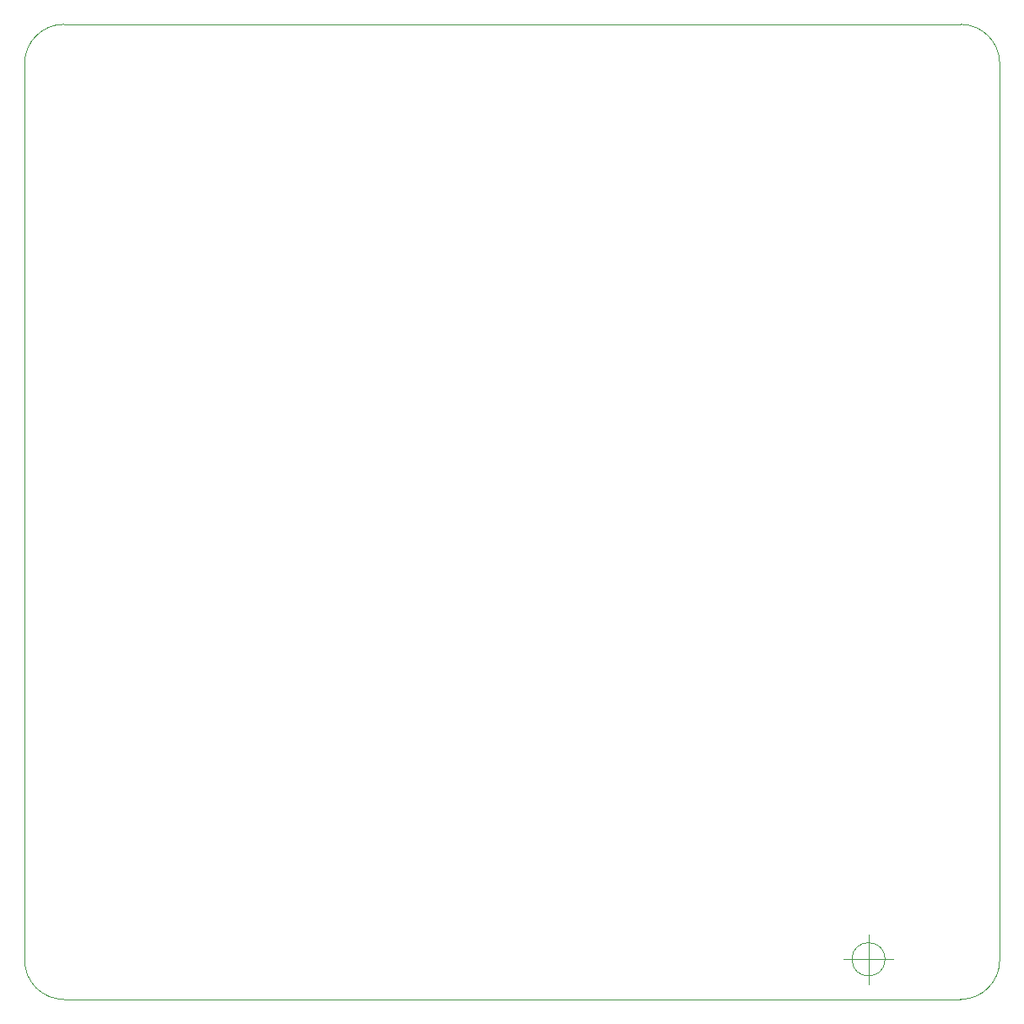
<source format=gbr>
G04 #@! TF.GenerationSoftware,KiCad,Pcbnew,5.1.5-52549c5~84~ubuntu19.10.1*
G04 #@! TF.CreationDate,2020-03-08T15:39:51+01:00*
G04 #@! TF.ProjectId,Z80_minimal,5a38305f-6d69-46e6-996d-616c2e6b6963,rev?*
G04 #@! TF.SameCoordinates,Original*
G04 #@! TF.FileFunction,Profile,NP*
%FSLAX46Y46*%
G04 Gerber Fmt 4.6, Leading zero omitted, Abs format (unit mm)*
G04 Created by KiCad (PCBNEW 5.1.5-52549c5~84~ubuntu19.10.1) date 2020-03-08 15:39:51*
%MOMM*%
%LPD*%
G04 APERTURE LIST*
%ADD10C,0.050000*%
G04 APERTURE END LIST*
D10*
X102108000Y-144483000D02*
G75*
G02X98171000Y-140546000I0J3937000D01*
G01*
X196045000Y-140546000D02*
G75*
G02X192108000Y-144483000I-3937000J0D01*
G01*
X192108000Y-46609000D02*
G75*
G02X196045000Y-50546000I0J-3937000D01*
G01*
X98171000Y-50546000D02*
G75*
G02X102108000Y-46609000I3937000J0D01*
G01*
X192108000Y-46609000D02*
X102108000Y-46609000D01*
X196045000Y-140546000D02*
X196045000Y-50546000D01*
X102108000Y-144483000D02*
X192108000Y-144483000D01*
X98171000Y-50546000D02*
X98171000Y-140546000D01*
X184546666Y-140462000D02*
G75*
G03X184546666Y-140462000I-1666666J0D01*
G01*
X180380000Y-140462000D02*
X185380000Y-140462000D01*
X182880000Y-137962000D02*
X182880000Y-142962000D01*
M02*

</source>
